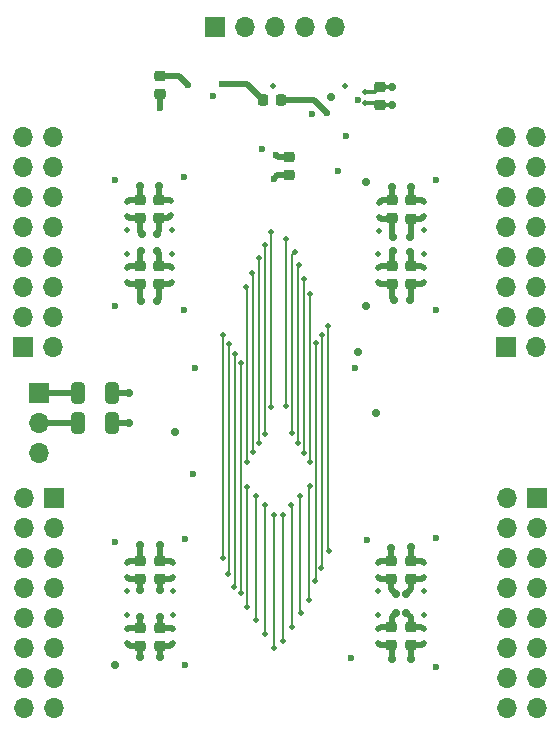
<source format=gbl>
%TF.GenerationSoftware,KiCad,Pcbnew,8.0.7*%
%TF.CreationDate,2025-02-08T20:50:40+05:30*%
%TF.ProjectId,AOS16 Double Buffer,414f5331-3620-4446-9f75-626c65204275,rev?*%
%TF.SameCoordinates,Original*%
%TF.FileFunction,Copper,L4,Bot*%
%TF.FilePolarity,Positive*%
%FSLAX46Y46*%
G04 Gerber Fmt 4.6, Leading zero omitted, Abs format (unit mm)*
G04 Created by KiCad (PCBNEW 8.0.7) date 2025-02-08 20:50:40*
%MOMM*%
%LPD*%
G01*
G04 APERTURE LIST*
G04 Aperture macros list*
%AMRoundRect*
0 Rectangle with rounded corners*
0 $1 Rounding radius*
0 $2 $3 $4 $5 $6 $7 $8 $9 X,Y pos of 4 corners*
0 Add a 4 corners polygon primitive as box body*
4,1,4,$2,$3,$4,$5,$6,$7,$8,$9,$2,$3,0*
0 Add four circle primitives for the rounded corners*
1,1,$1+$1,$2,$3*
1,1,$1+$1,$4,$5*
1,1,$1+$1,$6,$7*
1,1,$1+$1,$8,$9*
0 Add four rect primitives between the rounded corners*
20,1,$1+$1,$2,$3,$4,$5,0*
20,1,$1+$1,$4,$5,$6,$7,0*
20,1,$1+$1,$6,$7,$8,$9,0*
20,1,$1+$1,$8,$9,$2,$3,0*%
G04 Aperture macros list end*
%TA.AperFunction,ComponentPad*%
%ADD10R,1.700000X1.700000*%
%TD*%
%TA.AperFunction,ComponentPad*%
%ADD11O,1.700000X1.700000*%
%TD*%
%TA.AperFunction,SMDPad,CuDef*%
%ADD12RoundRect,0.225000X-0.250000X0.225000X-0.250000X-0.225000X0.250000X-0.225000X0.250000X0.225000X0*%
%TD*%
%TA.AperFunction,SMDPad,CuDef*%
%ADD13RoundRect,0.225000X0.250000X-0.225000X0.250000X0.225000X-0.250000X0.225000X-0.250000X-0.225000X0*%
%TD*%
%TA.AperFunction,SMDPad,CuDef*%
%ADD14RoundRect,0.225000X0.225000X0.250000X-0.225000X0.250000X-0.225000X-0.250000X0.225000X-0.250000X0*%
%TD*%
%TA.AperFunction,SMDPad,CuDef*%
%ADD15RoundRect,0.250000X-0.325000X-0.650000X0.325000X-0.650000X0.325000X0.650000X-0.325000X0.650000X0*%
%TD*%
%TA.AperFunction,ViaPad*%
%ADD16C,0.700000*%
%TD*%
%TA.AperFunction,ViaPad*%
%ADD17C,0.508000*%
%TD*%
%TA.AperFunction,ViaPad*%
%ADD18C,0.600000*%
%TD*%
%TA.AperFunction,Conductor*%
%ADD19C,0.500000*%
%TD*%
%TA.AperFunction,Conductor*%
%ADD20C,0.300000*%
%TD*%
%TA.AperFunction,Conductor*%
%ADD21C,0.200000*%
%TD*%
G04 APERTURE END LIST*
D10*
%TO.P,J2,1,Pin_1*%
%TO.N,/W1*%
X51985000Y-25435000D03*
D11*
%TO.P,J2,2,Pin_2*%
%TO.N,/W0*%
X54525000Y-25435000D03*
%TO.P,J2,3,Pin_3*%
%TO.N,/R1*%
X57065000Y-25435000D03*
%TO.P,J2,4,Pin_4*%
%TO.N,/R0*%
X59605000Y-25435000D03*
%TO.P,J2,5,Pin_5*%
%TO.N,/SEL*%
X62145000Y-25435000D03*
%TD*%
%TO.P,J3,16,Pin_16*%
%TO.N,/word_conn/IN15*%
X35780000Y-83105000D03*
%TO.P,J3,15,Pin_15*%
%TO.N,/word_conn/IN14*%
X38320000Y-83105000D03*
%TO.P,J3,14,Pin_14*%
%TO.N,/word_conn/IN13*%
X35780000Y-80565000D03*
%TO.P,J3,13,Pin_13*%
%TO.N,/word_conn/IN12*%
X38320000Y-80565000D03*
%TO.P,J3,12,Pin_12*%
%TO.N,/word_conn/IN11*%
X35780000Y-78025000D03*
%TO.P,J3,11,Pin_11*%
%TO.N,/word_conn/IN10*%
X38320000Y-78025000D03*
%TO.P,J3,10,Pin_10*%
%TO.N,/word_conn/IN9*%
X35780000Y-75485000D03*
%TO.P,J3,9,Pin_9*%
%TO.N,/word_conn/IN8*%
X38320000Y-75485000D03*
%TO.P,J3,8,Pin_8*%
%TO.N,/word_conn/IN7*%
X35780000Y-72945000D03*
%TO.P,J3,7,Pin_7*%
%TO.N,/word_conn/IN6*%
X38320000Y-72945000D03*
%TO.P,J3,6,Pin_6*%
%TO.N,/word_conn/IN5*%
X35780000Y-70405000D03*
%TO.P,J3,5,Pin_5*%
%TO.N,/word_conn/IN4*%
X38320000Y-70405000D03*
%TO.P,J3,4,Pin_4*%
%TO.N,/word_conn/IN3*%
X35780000Y-67865000D03*
%TO.P,J3,3,Pin_3*%
%TO.N,/word_conn/IN2*%
X38320000Y-67865000D03*
%TO.P,J3,2,Pin_2*%
%TO.N,/word_conn/IN1*%
X35780000Y-65325000D03*
D10*
%TO.P,J3,1,Pin_1*%
%TO.N,/word_conn/IN0*%
X38320000Y-65325000D03*
%TD*%
D11*
%TO.P,J4,16,Pin_16*%
%TO.N,/word_conn1/IN15*%
X76680000Y-83105000D03*
%TO.P,J4,15,Pin_15*%
%TO.N,/word_conn1/IN14*%
X79220000Y-83105000D03*
%TO.P,J4,14,Pin_14*%
%TO.N,/word_conn1/IN13*%
X76680000Y-80565000D03*
%TO.P,J4,13,Pin_13*%
%TO.N,/word_conn1/IN12*%
X79220000Y-80565000D03*
%TO.P,J4,12,Pin_12*%
%TO.N,/word_conn1/IN11*%
X76680000Y-78025000D03*
%TO.P,J4,11,Pin_11*%
%TO.N,/word_conn1/IN10*%
X79220000Y-78025000D03*
%TO.P,J4,10,Pin_10*%
%TO.N,/word_conn1/IN9*%
X76680000Y-75485000D03*
%TO.P,J4,9,Pin_9*%
%TO.N,/word_conn1/IN8*%
X79220000Y-75485000D03*
%TO.P,J4,8,Pin_8*%
%TO.N,/word_conn1/IN7*%
X76680000Y-72945000D03*
%TO.P,J4,7,Pin_7*%
%TO.N,/word_conn1/IN6*%
X79220000Y-72945000D03*
%TO.P,J4,6,Pin_6*%
%TO.N,/word_conn1/IN5*%
X76680000Y-70405000D03*
%TO.P,J4,5,Pin_5*%
%TO.N,/word_conn1/IN4*%
X79220000Y-70405000D03*
%TO.P,J4,4,Pin_4*%
%TO.N,/word_conn1/IN3*%
X76680000Y-67865000D03*
%TO.P,J4,3,Pin_3*%
%TO.N,/word_conn1/IN2*%
X79220000Y-67865000D03*
%TO.P,J4,2,Pin_2*%
%TO.N,/word_conn1/IN1*%
X76680000Y-65325000D03*
D10*
%TO.P,J4,1,Pin_1*%
%TO.N,/word_conn1/IN0*%
X79220000Y-65325000D03*
%TD*%
D11*
%TO.P,J1,3,Pin_3*%
%TO.N,GND*%
X37030000Y-61460000D03*
%TO.P,J1,2,Pin_2*%
%TO.N,VCC*%
X37030000Y-58920000D03*
D10*
%TO.P,J1,1,Pin_1*%
%TO.N,+3.3V*%
X37030000Y-56380000D03*
%TD*%
D11*
%TO.P,J6,16,Pin_16*%
%TO.N,/word_conn3/IN15*%
X79180000Y-34705000D03*
%TO.P,J6,15,Pin_15*%
%TO.N,/word_conn3/IN14*%
X76640000Y-34705000D03*
%TO.P,J6,14,Pin_14*%
%TO.N,/word_conn3/IN13*%
X79180000Y-37245000D03*
%TO.P,J6,13,Pin_13*%
%TO.N,/word_conn3/IN12*%
X76640000Y-37245000D03*
%TO.P,J6,12,Pin_12*%
%TO.N,/word_conn3/IN11*%
X79180000Y-39785000D03*
%TO.P,J6,11,Pin_11*%
%TO.N,/word_conn3/IN10*%
X76640000Y-39785000D03*
%TO.P,J6,10,Pin_10*%
%TO.N,/word_conn3/IN9*%
X79180000Y-42325000D03*
%TO.P,J6,9,Pin_9*%
%TO.N,/word_conn3/IN8*%
X76640000Y-42325000D03*
%TO.P,J6,8,Pin_8*%
%TO.N,/word_conn3/IN7*%
X79180000Y-44865000D03*
%TO.P,J6,7,Pin_7*%
%TO.N,/word_conn3/IN6*%
X76640000Y-44865000D03*
%TO.P,J6,6,Pin_6*%
%TO.N,/word_conn3/IN5*%
X79180000Y-47405000D03*
%TO.P,J6,5,Pin_5*%
%TO.N,/word_conn3/IN4*%
X76640000Y-47405000D03*
%TO.P,J6,4,Pin_4*%
%TO.N,/word_conn3/IN3*%
X79180000Y-49945000D03*
%TO.P,J6,3,Pin_3*%
%TO.N,/word_conn3/IN2*%
X76640000Y-49945000D03*
%TO.P,J6,2,Pin_2*%
%TO.N,/word_conn3/IN1*%
X79180000Y-52485000D03*
D10*
%TO.P,J6,1,Pin_1*%
%TO.N,/word_conn3/IN0*%
X76640000Y-52485000D03*
%TD*%
D12*
%TO.P,C5,1*%
%TO.N,GND*%
X58245000Y-36405000D03*
%TO.P,C5,2*%
%TO.N,VCC*%
X58245000Y-37955000D03*
%TD*%
D13*
%TO.P,C6,1*%
%TO.N,VCC*%
X65895000Y-32030000D03*
%TO.P,C6,2*%
%TO.N,GND*%
X65895000Y-30480000D03*
%TD*%
D14*
%TO.P,C1,1*%
%TO.N,VCC*%
X57570000Y-31615000D03*
%TO.P,C1,2*%
%TO.N,GND*%
X56020000Y-31615000D03*
%TD*%
D12*
%TO.P,C4,1*%
%TO.N,GND*%
X47270000Y-29535000D03*
%TO.P,C4,2*%
%TO.N,VCC*%
X47270000Y-31085000D03*
%TD*%
D10*
%TO.P,J5,1,Pin_1*%
%TO.N,/word_conn2/IN0*%
X35740000Y-52485000D03*
D11*
%TO.P,J5,2,Pin_2*%
%TO.N,/word_conn2/IN1*%
X38280000Y-52485000D03*
%TO.P,J5,3,Pin_3*%
%TO.N,/word_conn2/IN2*%
X35740000Y-49945000D03*
%TO.P,J5,4,Pin_4*%
%TO.N,/word_conn2/IN3*%
X38280000Y-49945000D03*
%TO.P,J5,5,Pin_5*%
%TO.N,/word_conn2/IN4*%
X35740000Y-47405000D03*
%TO.P,J5,6,Pin_6*%
%TO.N,/word_conn2/IN5*%
X38280000Y-47405000D03*
%TO.P,J5,7,Pin_7*%
%TO.N,/word_conn2/IN6*%
X35740000Y-44865000D03*
%TO.P,J5,8,Pin_8*%
%TO.N,/word_conn2/IN7*%
X38280000Y-44865000D03*
%TO.P,J5,9,Pin_9*%
%TO.N,/word_conn2/IN8*%
X35740000Y-42325000D03*
%TO.P,J5,10,Pin_10*%
%TO.N,/word_conn2/IN9*%
X38280000Y-42325000D03*
%TO.P,J5,11,Pin_11*%
%TO.N,/word_conn2/IN10*%
X35740000Y-39785000D03*
%TO.P,J5,12,Pin_12*%
%TO.N,/word_conn2/IN11*%
X38280000Y-39785000D03*
%TO.P,J5,13,Pin_13*%
%TO.N,/word_conn2/IN12*%
X35740000Y-37245000D03*
%TO.P,J5,14,Pin_14*%
%TO.N,/word_conn2/IN13*%
X38280000Y-37245000D03*
%TO.P,J5,15,Pin_15*%
%TO.N,/word_conn2/IN14*%
X35740000Y-34705000D03*
%TO.P,J5,16,Pin_16*%
%TO.N,/word_conn2/IN15*%
X38280000Y-34705000D03*
%TD*%
D15*
%TO.P,C2,1*%
%TO.N,+3.3V*%
X40330000Y-56375000D03*
%TO.P,C2,2*%
%TO.N,GND*%
X43280000Y-56375000D03*
%TD*%
D12*
%TO.P,C23,1*%
%TO.N,VCC*%
X45590000Y-76270000D03*
%TO.P,C23,2*%
%TO.N,GND*%
X45590000Y-77820000D03*
%TD*%
%TO.P,C11,1*%
%TO.N,VCC*%
X66905000Y-76195000D03*
%TO.P,C11,2*%
%TO.N,GND*%
X66905000Y-77745000D03*
%TD*%
%TO.P,C16,1*%
%TO.N,VCC*%
X47195000Y-45610000D03*
%TO.P,C16,2*%
%TO.N,GND*%
X47195000Y-47160000D03*
%TD*%
%TO.P,C20,2*%
%TO.N,GND*%
X68600000Y-47160000D03*
%TO.P,C20,1*%
%TO.N,VCC*%
X68600000Y-45610000D03*
%TD*%
D13*
%TO.P,C14,1*%
%TO.N,VCC*%
X45585000Y-41585000D03*
%TO.P,C14,2*%
%TO.N,GND*%
X45585000Y-40035000D03*
%TD*%
D15*
%TO.P,C3,1*%
%TO.N,VCC*%
X40325000Y-58930000D03*
%TO.P,C3,2*%
%TO.N,GND*%
X43275000Y-58930000D03*
%TD*%
D13*
%TO.P,C15,1*%
%TO.N,VCC*%
X47195000Y-41585000D03*
%TO.P,C15,2*%
%TO.N,GND*%
X47195000Y-40035000D03*
%TD*%
%TO.P,C18,1*%
%TO.N,VCC*%
X68600000Y-41635000D03*
%TO.P,C18,2*%
%TO.N,GND*%
X68600000Y-40085000D03*
%TD*%
%TO.P,C22,1*%
%TO.N,VCC*%
X47310000Y-72172500D03*
%TO.P,C22,2*%
%TO.N,GND*%
X47310000Y-70622500D03*
%TD*%
D12*
%TO.P,C19,1*%
%TO.N,VCC*%
X66910000Y-45610000D03*
%TO.P,C19,2*%
%TO.N,GND*%
X66910000Y-47160000D03*
%TD*%
D13*
%TO.P,C21,1*%
%TO.N,VCC*%
X45605000Y-72185000D03*
%TO.P,C21,2*%
%TO.N,GND*%
X45605000Y-70635000D03*
%TD*%
%TO.P,C9,1*%
%TO.N,VCC*%
X66905000Y-72170000D03*
%TO.P,C9,2*%
%TO.N,GND*%
X66905000Y-70620000D03*
%TD*%
D12*
%TO.P,C12,1*%
%TO.N,VCC*%
X68545000Y-76195000D03*
%TO.P,C12,2*%
%TO.N,GND*%
X68545000Y-77745000D03*
%TD*%
%TO.P,C13,2*%
%TO.N,GND*%
X45585000Y-47160000D03*
%TO.P,C13,1*%
%TO.N,VCC*%
X45585000Y-45610000D03*
%TD*%
%TO.P,C24,1*%
%TO.N,VCC*%
X47310000Y-76270000D03*
%TO.P,C24,2*%
%TO.N,GND*%
X47310000Y-77820000D03*
%TD*%
D13*
%TO.P,C17,1*%
%TO.N,VCC*%
X66910000Y-41585000D03*
%TO.P,C17,2*%
%TO.N,GND*%
X66910000Y-40035000D03*
%TD*%
%TO.P,C10,1*%
%TO.N,VCC*%
X68545000Y-72170000D03*
%TO.P,C10,2*%
%TO.N,GND*%
X68545000Y-70620000D03*
%TD*%
D16*
%TO.N,GND*%
X43500000Y-79400000D03*
%TO.N,/R*%
X64076900Y-52945900D03*
X61760000Y-31307600D03*
%TO.N,/E1*%
X64750000Y-49020000D03*
X64785000Y-38493788D03*
%TO.N,VCC*%
X66990000Y-32005000D03*
%TO.N,GND*%
X66945000Y-30455000D03*
D17*
X64695000Y-30890000D03*
%TO.N,VCC*%
X64700001Y-31849676D03*
%TO.N,/W0*%
X62960000Y-30445000D03*
X56845000Y-30445000D03*
%TO.N,GND*%
X48384344Y-75200001D03*
X48384343Y-73199999D03*
X65790656Y-73199999D03*
X65790657Y-75200000D03*
D18*
%TO.N,/~{SEL}*%
X70640000Y-79585000D03*
%TO.N,GND*%
X63850000Y-54250000D03*
%TO.N,/E0*%
X43480000Y-38385000D03*
X43485000Y-49020000D03*
%TO.N,/W*%
X51800000Y-31290000D03*
X50060000Y-63295000D03*
%TO.N,/~{SEL}*%
X70640000Y-68690000D03*
X63083500Y-34652900D03*
X62340000Y-37570000D03*
%TO.N,/SEL*%
X49385000Y-68760000D03*
X49395000Y-79470000D03*
X55955400Y-35710400D03*
%TO.N,/~{W0}*%
X49355000Y-38117400D03*
X64038217Y-31602600D03*
X49365000Y-49395000D03*
D17*
%TO.N,/ram/INA2*%
X60980000Y-71190000D03*
X61013600Y-51495000D03*
%TO.N,/ram/OUT1*%
X54580000Y-47410000D03*
X54676400Y-62260700D03*
%TO.N,/ram/OUT4*%
X58985800Y-60645000D03*
X59050000Y-45590000D03*
%TO.N,/ram/OUT0*%
X59967200Y-62235000D03*
X59998600Y-48046400D03*
%TO.N,/ram/INA6*%
X54166400Y-53870000D03*
X54160000Y-73355000D03*
%TO.N,/ram/INA11*%
X58429600Y-65891100D03*
X58477400Y-76235000D03*
%TO.N,/ram/INA13*%
X57707300Y-77400000D03*
X57689500Y-66690000D03*
%TO.N,/ram/INA5*%
X53575000Y-72800000D03*
X53680000Y-53060000D03*
%TO.N,/ram/OUT3*%
X55080000Y-46210000D03*
X55181400Y-61425000D03*
%TO.N,/ram/INA4*%
X60470000Y-72275000D03*
X60505000Y-52195000D03*
%TO.N,/ram/INA10*%
X55439000Y-65104300D03*
X55427600Y-75600000D03*
%TO.N,/ram/OUT5*%
X55681400Y-60635000D03*
X55673600Y-45010000D03*
%TO.N,/ram/INA3*%
X53075000Y-71730000D03*
X53145000Y-52220000D03*
%TO.N,/ram/INA8*%
X54676400Y-64347500D03*
X54680000Y-74548600D03*
%TO.N,/ram/INA9*%
X59219900Y-75055000D03*
X59197100Y-65103600D03*
%TO.N,/ram/OUT6*%
X58700000Y-44490000D03*
X58497200Y-59796400D03*
%TO.N,/ram/OUT9*%
X56700000Y-42735000D03*
X56695000Y-57545000D03*
%TO.N,/ram/INA0*%
X61590000Y-69805000D03*
X61520000Y-50685000D03*
%TO.N,/ram/INA7*%
X59967200Y-64302500D03*
X59960000Y-73920000D03*
%TO.N,/ram/OUT7*%
X56186400Y-59880000D03*
X56180000Y-43900000D03*
%TO.N,/ram/INA14*%
X56941300Y-78000000D03*
X56945500Y-66690800D03*
%TO.N,/ram/OUT8*%
X58000000Y-43320000D03*
X57988600Y-57530000D03*
%TO.N,/ram/INA1*%
X52620000Y-51525000D03*
X52638600Y-70400000D03*
%TO.N,/ram/OUT2*%
X59510000Y-46716400D03*
X59492200Y-61471400D03*
%TO.N,/ram/INA12*%
X56181900Y-76800000D03*
X56194700Y-65913600D03*
D18*
%TO.N,/R1*%
X70655000Y-38395000D03*
X70655000Y-49360000D03*
D17*
%TO.N,VCC*%
X65790700Y-72000000D03*
D16*
X47315000Y-75360000D03*
D17*
X44490700Y-41410000D03*
X48384300Y-76400000D03*
D16*
X45590000Y-75370000D03*
D17*
X48370000Y-72000000D03*
D16*
X67300000Y-75000000D03*
X68470000Y-43195000D03*
D17*
X69633300Y-72000000D03*
D16*
X47310000Y-73087500D03*
D17*
X48343300Y-45810000D03*
X69634200Y-45810000D03*
X44490700Y-45810000D03*
D18*
X61427000Y-32712000D03*
D16*
X67300000Y-73400000D03*
X45590000Y-73090000D03*
D17*
X65790700Y-76400000D03*
D16*
X47080000Y-44395000D03*
D18*
X56917894Y-38247106D03*
D17*
X65790700Y-45810000D03*
D18*
X64795000Y-68805000D03*
D16*
X45740000Y-44390000D03*
D17*
X69634200Y-41410000D03*
X44531700Y-72000000D03*
D16*
X67062400Y-43195000D03*
D17*
X69643343Y-76400001D03*
D16*
X45745000Y-42905000D03*
X68150000Y-75000000D03*
X67075000Y-44385000D03*
D18*
X63490000Y-78810000D03*
D17*
X48223800Y-41303600D03*
D16*
X47015000Y-42900000D03*
D17*
X44531700Y-76400000D03*
X65873800Y-41516400D03*
D16*
X68100000Y-73400000D03*
X68460000Y-44425000D03*
D18*
X47270000Y-32230000D03*
D17*
%TO.N,GND*%
X44490700Y-47010000D03*
X69633300Y-75200000D03*
D16*
X45580000Y-69290000D03*
X66905000Y-69485000D03*
X47300000Y-69292500D03*
D17*
X69633300Y-73200000D03*
X48260400Y-40104000D03*
D16*
X68535000Y-69470000D03*
D17*
X44490700Y-40210000D03*
X48343300Y-47010000D03*
D16*
X66910000Y-38985000D03*
D17*
X44531700Y-70800000D03*
X48384300Y-77600000D03*
X69634200Y-42610000D03*
X44490700Y-44610000D03*
X44531700Y-75200000D03*
X65790700Y-70800000D03*
X69643300Y-40210000D03*
X48343300Y-44610000D03*
D16*
X66920000Y-78897500D03*
D18*
X43520000Y-69014700D03*
D16*
X45585000Y-38860000D03*
D17*
X44531700Y-77600000D03*
D16*
X44715000Y-56390000D03*
D17*
X44490700Y-42610000D03*
D16*
X47055000Y-48580000D03*
D17*
X44531700Y-73200000D03*
X65790700Y-77600000D03*
X65873800Y-40316400D03*
D16*
X65575000Y-58130000D03*
D17*
X69633300Y-70800000D03*
X69623300Y-77595000D03*
D16*
X47195000Y-38860000D03*
D17*
X69634200Y-44610000D03*
D16*
X68550000Y-78882500D03*
X44640000Y-58955000D03*
X45580000Y-78770000D03*
X68600000Y-38990000D03*
D17*
X65873800Y-42716400D03*
D16*
X68470000Y-48540000D03*
X48590000Y-59690000D03*
D17*
X65790700Y-44610000D03*
D18*
X50252000Y-54259800D03*
D16*
X45720000Y-48590000D03*
D17*
X65790700Y-47010000D03*
X48384300Y-70800000D03*
X48343300Y-42610000D03*
D16*
X47320000Y-78750000D03*
D17*
X69634200Y-47010000D03*
D16*
X67080000Y-48525000D03*
D18*
X49640000Y-30285000D03*
X60175000Y-32765000D03*
X52570000Y-30235000D03*
X57145000Y-36235000D03*
%TD*%
D19*
%TO.N,VCC*%
X66905000Y-73005000D02*
X67300000Y-73400000D01*
X66905000Y-72170000D02*
X66905000Y-73005000D01*
X68545000Y-72170000D02*
X68545000Y-72955000D01*
X68545000Y-72955000D02*
X68100000Y-73400000D01*
X66910000Y-75390000D02*
X66910000Y-76197500D01*
X67300000Y-75000000D02*
X66910000Y-75390000D01*
X68550000Y-75400000D02*
X68150000Y-75000000D01*
X68550000Y-76195000D02*
X68550000Y-75400000D01*
X69438342Y-76195000D02*
X68550000Y-76195000D01*
X69643343Y-76400001D02*
X69438342Y-76195000D01*
%TO.N,GND*%
X57315000Y-36405000D02*
X57145000Y-36235000D01*
X58245000Y-36405000D02*
X57315000Y-36405000D01*
%TO.N,VCC*%
X57210000Y-37955000D02*
X56917894Y-38247106D01*
X58245000Y-37955000D02*
X57210000Y-37955000D01*
D20*
%TO.N,GND*%
X66945000Y-30455000D02*
X66920000Y-30480000D01*
X66920000Y-30480000D02*
X65895000Y-30480000D01*
%TO.N,VCC*%
X66965000Y-32030000D02*
X65895000Y-32030000D01*
X66990000Y-32005000D02*
X66965000Y-32030000D01*
X65714676Y-31849676D02*
X65895000Y-32030000D01*
X64700001Y-31849676D02*
X65714676Y-31849676D01*
%TO.N,GND*%
X64695000Y-30890000D02*
X65485000Y-30890000D01*
X65485000Y-30890000D02*
X65895000Y-30480000D01*
D19*
%TO.N,VCC*%
X47270000Y-32230000D02*
X47270000Y-31085000D01*
%TO.N,GND*%
X48890000Y-29535000D02*
X49640000Y-30285000D01*
X47270000Y-29535000D02*
X48890000Y-29535000D01*
%TO.N,VCC*%
X60330000Y-31615000D02*
X61427000Y-32712000D01*
X57570000Y-31615000D02*
X60330000Y-31615000D01*
%TO.N,GND*%
X54640000Y-30235000D02*
X56020000Y-31615000D01*
X52570000Y-30235000D02*
X54640000Y-30235000D01*
%TO.N,+3.3V*%
X37035000Y-56375000D02*
X37030000Y-56380000D01*
X40330000Y-56375000D02*
X37035000Y-56375000D01*
D21*
%TO.N,/ram/INA2*%
X61015000Y-71155000D02*
X60980000Y-71190000D01*
X61015000Y-51496400D02*
X61015000Y-71155000D01*
X61013600Y-51495000D02*
X61015000Y-51496400D01*
%TO.N,/ram/OUT1*%
X54675000Y-47505000D02*
X54580000Y-47410000D01*
X54675000Y-62259300D02*
X54675000Y-47505000D01*
X54676400Y-62260700D02*
X54675000Y-62259300D01*
%TO.N,/ram/OUT4*%
X59003600Y-45636400D02*
X59050000Y-45590000D01*
X59003600Y-60627200D02*
X59003600Y-45636400D01*
X58985800Y-60645000D02*
X59003600Y-60627200D01*
%TO.N,/ram/OUT0*%
X59998600Y-62203600D02*
X59967200Y-62235000D01*
X59998600Y-48046400D02*
X59998600Y-62203600D01*
%TO.N,/ram/INA6*%
X54170000Y-53873600D02*
X54166400Y-53870000D01*
X54170000Y-73345000D02*
X54170000Y-53873600D01*
X54160000Y-73355000D02*
X54170000Y-73345000D01*
%TO.N,/ram/INA11*%
X58456000Y-76213600D02*
X58477400Y-76235000D01*
X58456000Y-65917500D02*
X58456000Y-76213600D01*
X58429600Y-65891100D02*
X58456000Y-65917500D01*
%TO.N,/ram/INA13*%
X57710900Y-66711400D02*
X57689500Y-66690000D01*
X57710900Y-77396400D02*
X57710900Y-66711400D01*
X57707300Y-77400000D02*
X57710900Y-77396400D01*
%TO.N,/ram/INA5*%
X53660000Y-72715000D02*
X53575000Y-72800000D01*
X53660000Y-53080000D02*
X53660000Y-72715000D01*
X53680000Y-53060000D02*
X53660000Y-53080000D01*
%TO.N,/ram/OUT3*%
X55175000Y-46305000D02*
X55080000Y-46210000D01*
X55175000Y-61418600D02*
X55175000Y-46305000D01*
X55181400Y-61425000D02*
X55175000Y-61418600D01*
%TO.N,/ram/INA4*%
X60473600Y-52226400D02*
X60505000Y-52195000D01*
X60473600Y-72271400D02*
X60473600Y-52226400D01*
X60470000Y-72275000D02*
X60473600Y-72271400D01*
%TO.N,/ram/INA10*%
X55444000Y-65109300D02*
X55439000Y-65104300D01*
X55444000Y-75583600D02*
X55444000Y-65109300D01*
X55427600Y-75600000D02*
X55444000Y-75583600D01*
%TO.N,/ram/OUT5*%
X55680000Y-45016400D02*
X55673600Y-45010000D01*
X55680000Y-60633600D02*
X55680000Y-45016400D01*
X55681400Y-60635000D02*
X55680000Y-60633600D01*
%TO.N,/ram/INA3*%
X53145000Y-71660000D02*
X53145000Y-52220000D01*
X53075000Y-71730000D02*
X53145000Y-71660000D01*
%TO.N,/ram/INA8*%
X54675000Y-64348900D02*
X54676400Y-64347500D01*
X54675000Y-74543600D02*
X54675000Y-64348900D01*
X54680000Y-74548600D02*
X54675000Y-74543600D01*
%TO.N,/ram/INA9*%
X59193500Y-65107200D02*
X59197100Y-65103600D01*
X59193500Y-75028600D02*
X59193500Y-65107200D01*
X59219900Y-75055000D02*
X59193500Y-75028600D01*
%TO.N,/ram/OUT6*%
X58550000Y-44490000D02*
X58543600Y-44496400D01*
X58700000Y-44490000D02*
X58550000Y-44490000D01*
X58495000Y-44695000D02*
X58700000Y-44490000D01*
X58495000Y-59794200D02*
X58495000Y-44695000D01*
X58497200Y-59796400D02*
X58495000Y-59794200D01*
%TO.N,/ram/OUT9*%
X56695000Y-42740000D02*
X56700000Y-42735000D01*
X56695000Y-57545000D02*
X56695000Y-42740000D01*
%TO.N,/ram/INA0*%
X61520000Y-69735000D02*
X61590000Y-69805000D01*
X61520000Y-50685000D02*
X61520000Y-69735000D01*
%TO.N,/ram/INA7*%
X59967200Y-64362800D02*
X59965000Y-64365000D01*
X59967200Y-64302500D02*
X59967200Y-64362800D01*
X59963600Y-64306100D02*
X59967200Y-64302500D01*
X59963600Y-73916400D02*
X59963600Y-64306100D01*
X59960000Y-73920000D02*
X59963600Y-73916400D01*
%TO.N,/ram/OUT7*%
X56180000Y-59873600D02*
X56180000Y-43900000D01*
X56186400Y-59880000D02*
X56180000Y-59873600D01*
%TO.N,/ram/INA14*%
X56945500Y-77995800D02*
X56945500Y-66690800D01*
X56941300Y-78000000D02*
X56945500Y-77995800D01*
%TO.N,/ram/OUT8*%
X58000000Y-57518600D02*
X58000000Y-43320000D01*
X57988600Y-57530000D02*
X58000000Y-57518600D01*
%TO.N,/ram/INA1*%
X52625000Y-51530000D02*
X52620000Y-51525000D01*
X52625000Y-70386400D02*
X52625000Y-51530000D01*
X52638600Y-70400000D02*
X52625000Y-70386400D01*
%TO.N,/ram/OUT2*%
X59492200Y-61471400D02*
X59492200Y-61222200D01*
X59510000Y-46732800D02*
X59573600Y-46796400D01*
X59510000Y-46716400D02*
X59510000Y-46732800D01*
X59492200Y-61471400D02*
X59492200Y-61222200D01*
X59492200Y-46734200D02*
X59510000Y-46716400D01*
X59492200Y-61222200D02*
X59492200Y-46734200D01*
%TO.N,/ram/INA12*%
X56189700Y-65918600D02*
X56194700Y-65913600D01*
X56189700Y-76792200D02*
X56189700Y-65918600D01*
X56181900Y-76800000D02*
X56189700Y-76792200D01*
%TO.N,VCC*%
X66910000Y-42338800D02*
X66910000Y-41585000D01*
D19*
X66910000Y-43042600D02*
X66910000Y-42338800D01*
X67062400Y-43195000D02*
X66910000Y-43042600D01*
X45585000Y-44545000D02*
X45740000Y-44390000D01*
X45585000Y-45610000D02*
X45585000Y-44545000D01*
X69463300Y-72170000D02*
X69633300Y-72000000D01*
X68545000Y-72170000D02*
X69463300Y-72170000D01*
X65960700Y-72170000D02*
X65790700Y-72000000D01*
X66905000Y-72170000D02*
X65960700Y-72170000D01*
X44665700Y-41585000D02*
X44490700Y-41410000D01*
X45585000Y-41585000D02*
X44665700Y-41585000D01*
X68600000Y-43065000D02*
X68600000Y-41635000D01*
X68470000Y-43195000D02*
X68600000Y-43065000D01*
X48197500Y-72172500D02*
X48370000Y-72000000D01*
X47310000Y-72172500D02*
X48197500Y-72172500D01*
X47310000Y-75365000D02*
X47315000Y-75360000D01*
X47310000Y-76270000D02*
X47310000Y-75365000D01*
X47942400Y-41585000D02*
X48223800Y-41303600D01*
X47195000Y-41585000D02*
X47942400Y-41585000D01*
X44690700Y-45610000D02*
X44490700Y-45810000D01*
X45585000Y-45610000D02*
X44690700Y-45610000D01*
X66910000Y-44550000D02*
X67075000Y-44385000D01*
X66910000Y-45610000D02*
X66910000Y-44550000D01*
X45585000Y-73085000D02*
X45590000Y-73090000D01*
X45585000Y-72080000D02*
X45585000Y-73085000D01*
X68550000Y-76197500D02*
X68550000Y-76195000D01*
X69434200Y-45610000D02*
X69634200Y-45810000D01*
X68600000Y-45610000D02*
X69434200Y-45610000D01*
X37040000Y-58930000D02*
X37030000Y-58920000D01*
X40325000Y-58930000D02*
X37040000Y-58930000D01*
X45590000Y-76270000D02*
X45590000Y-75370000D01*
X65995700Y-76195000D02*
X65790700Y-76400000D01*
X66905000Y-76195000D02*
X65995700Y-76195000D01*
X68545000Y-76195000D02*
X68550000Y-76195000D01*
X65990700Y-45610000D02*
X65790700Y-45810000D01*
X66910000Y-45610000D02*
X65990700Y-45610000D01*
X47195000Y-42720000D02*
X47015000Y-42900000D01*
X47195000Y-41585000D02*
X47195000Y-42720000D01*
X65992400Y-41635000D02*
X65873800Y-41516400D01*
X66910000Y-41635000D02*
X65992400Y-41635000D01*
X66910000Y-42338800D02*
X66910000Y-41635000D01*
X47310000Y-73087500D02*
X47310000Y-72172500D01*
X48143300Y-45610000D02*
X48343300Y-45810000D01*
X47195000Y-45610000D02*
X48143300Y-45610000D01*
X45585000Y-42745000D02*
X45745000Y-42905000D01*
X45585000Y-41585000D02*
X45585000Y-42745000D01*
X44716700Y-72185000D02*
X44531700Y-72000000D01*
X45605000Y-72185000D02*
X44716700Y-72185000D01*
X48254300Y-76270000D02*
X48384300Y-76400000D01*
X47310000Y-76270000D02*
X48254300Y-76270000D01*
X47195000Y-44510000D02*
X47080000Y-44395000D01*
X47195000Y-45610000D02*
X47195000Y-44510000D01*
X68600000Y-44565000D02*
X68600000Y-45610000D01*
X68460000Y-44425000D02*
X68600000Y-44565000D01*
X44661700Y-76270000D02*
X44531700Y-76400000D01*
X45590000Y-76270000D02*
X44661700Y-76270000D01*
X69409200Y-41635000D02*
X69634200Y-41410000D01*
X68600000Y-41635000D02*
X69409200Y-41635000D01*
%TO.N,GND*%
X66910000Y-38985000D02*
X66910000Y-40035000D01*
X47195000Y-40035000D02*
X47195000Y-38860000D01*
X48193300Y-47160000D02*
X48343300Y-47010000D01*
X47195000Y-47160000D02*
X48193300Y-47160000D01*
X44751700Y-77820000D02*
X44531700Y-77600000D01*
X45590000Y-77820000D02*
X44751700Y-77820000D01*
X65935700Y-77745000D02*
X65790700Y-77600000D01*
X66905000Y-77745000D02*
X65935700Y-77745000D01*
X65940700Y-47160000D02*
X65790700Y-47010000D01*
X66910000Y-47160000D02*
X65940700Y-47160000D01*
X47310000Y-78740000D02*
X47320000Y-78750000D01*
X47310000Y-77820000D02*
X47310000Y-78740000D01*
X66905000Y-69485000D02*
X66910000Y-69480000D01*
X48164300Y-77820000D02*
X48384300Y-77600000D01*
X47310000Y-77820000D02*
X48164300Y-77820000D01*
X45585000Y-40035000D02*
X45585000Y-38860000D01*
X66910000Y-48355000D02*
X67080000Y-48525000D01*
X66910000Y-47160000D02*
X66910000Y-48355000D01*
X68600000Y-48410000D02*
X68470000Y-48540000D01*
X68600000Y-47160000D02*
X68600000Y-48410000D01*
X66910000Y-77747500D02*
X66910000Y-78887500D01*
X69484200Y-47160000D02*
X69634200Y-47010000D01*
X68600000Y-47160000D02*
X69484200Y-47160000D01*
X45590000Y-78760000D02*
X45580000Y-78770000D01*
X45590000Y-77820000D02*
X45590000Y-78760000D01*
X47310000Y-70622500D02*
X47315000Y-70617500D01*
D21*
X66907500Y-77745000D02*
X66910000Y-77747500D01*
X66905000Y-77745000D02*
X66907500Y-77745000D01*
D19*
X68600000Y-40085000D02*
X68600000Y-38990000D01*
X66905000Y-70620000D02*
X66905000Y-69485000D01*
X44665700Y-40035000D02*
X44490700Y-40210000D01*
X45585000Y-40035000D02*
X44665700Y-40035000D01*
X69473300Y-77745000D02*
X69623300Y-77595000D01*
X68545000Y-77745000D02*
X69473300Y-77745000D01*
X47195000Y-48440000D02*
X47055000Y-48580000D01*
X47195000Y-47160000D02*
X47195000Y-48440000D01*
X68550000Y-77747500D02*
X68550000Y-78882500D01*
X69453300Y-70620000D02*
X69633300Y-70800000D01*
X68545000Y-70620000D02*
X69453300Y-70620000D01*
X48191400Y-40035000D02*
X48260400Y-40104000D01*
X47195000Y-40035000D02*
X48191400Y-40035000D01*
X45585000Y-69295000D02*
X45585000Y-70530000D01*
X45580000Y-69290000D02*
X45585000Y-69295000D01*
X65970700Y-70620000D02*
X65790700Y-70800000D01*
X66905000Y-70620000D02*
X65970700Y-70620000D01*
X44696700Y-70635000D02*
X44531700Y-70800000D01*
X45605000Y-70635000D02*
X44696700Y-70635000D01*
X47310000Y-69302500D02*
X47310000Y-70622500D01*
X47300000Y-69292500D02*
X47310000Y-69302500D01*
X44615000Y-58930000D02*
X44640000Y-58955000D01*
X43275000Y-58930000D02*
X44615000Y-58930000D01*
X68545000Y-69480000D02*
X68535000Y-69470000D01*
X68545000Y-70620000D02*
X68545000Y-69480000D01*
X45585000Y-48455000D02*
X45585000Y-47160000D01*
X45720000Y-48590000D02*
X45585000Y-48455000D01*
X44640700Y-47160000D02*
X44490700Y-47010000D01*
X45585000Y-47160000D02*
X44640700Y-47160000D01*
X48206800Y-70622500D02*
X48384300Y-70800000D01*
X47310000Y-70622500D02*
X48206800Y-70622500D01*
X66105200Y-40085000D02*
X65873800Y-40316400D01*
X66910000Y-40085000D02*
X66105200Y-40085000D01*
X66910000Y-40035000D02*
X66910000Y-40085000D01*
X69518300Y-40085000D02*
X69643300Y-40210000D01*
X68600000Y-40085000D02*
X69518300Y-40085000D01*
X44700000Y-56375000D02*
X44715000Y-56390000D01*
X43280000Y-56375000D02*
X44700000Y-56375000D01*
%TD*%
M02*

</source>
